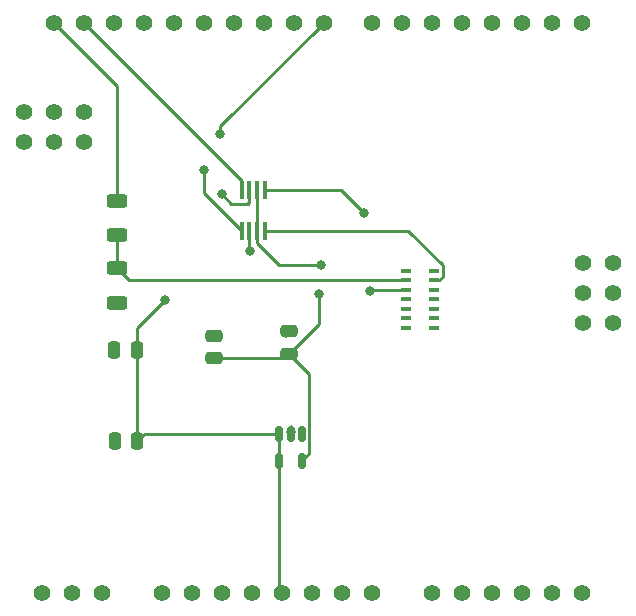
<source format=gbr>
%TF.GenerationSoftware,KiCad,Pcbnew,8.0.5*%
%TF.CreationDate,2024-12-01T00:47:40-06:00*%
%TF.ProjectId,ArduinoUnoR4Shield,41726475-696e-46f5-956e-6f5234536869,1.0*%
%TF.SameCoordinates,Original*%
%TF.FileFunction,Copper,L1,Top*%
%TF.FilePolarity,Positive*%
%FSLAX46Y46*%
G04 Gerber Fmt 4.6, Leading zero omitted, Abs format (unit mm)*
G04 Created by KiCad (PCBNEW 8.0.5) date 2024-12-01 00:47:40*
%MOMM*%
%LPD*%
G01*
G04 APERTURE LIST*
G04 Aperture macros list*
%AMRoundRect*
0 Rectangle with rounded corners*
0 $1 Rounding radius*
0 $2 $3 $4 $5 $6 $7 $8 $9 X,Y pos of 4 corners*
0 Add a 4 corners polygon primitive as box body*
4,1,4,$2,$3,$4,$5,$6,$7,$8,$9,$2,$3,0*
0 Add four circle primitives for the rounded corners*
1,1,$1+$1,$2,$3*
1,1,$1+$1,$4,$5*
1,1,$1+$1,$6,$7*
1,1,$1+$1,$8,$9*
0 Add four rect primitives between the rounded corners*
20,1,$1+$1,$2,$3,$4,$5,0*
20,1,$1+$1,$4,$5,$6,$7,0*
20,1,$1+$1,$6,$7,$8,$9,0*
20,1,$1+$1,$8,$9,$2,$3,0*%
G04 Aperture macros list end*
%TA.AperFunction,SMDPad,CuDef*%
%ADD10RoundRect,0.100000X-0.320000X-0.100000X0.320000X-0.100000X0.320000X0.100000X-0.320000X0.100000X0*%
%TD*%
%TA.AperFunction,SMDPad,CuDef*%
%ADD11RoundRect,0.150000X-0.150000X0.512500X-0.150000X-0.512500X0.150000X-0.512500X0.150000X0.512500X0*%
%TD*%
%TA.AperFunction,SMDPad,CuDef*%
%ADD12R,0.300000X1.600000*%
%TD*%
%TA.AperFunction,SMDPad,CuDef*%
%ADD13RoundRect,0.250000X0.625000X-0.312500X0.625000X0.312500X-0.625000X0.312500X-0.625000X-0.312500X0*%
%TD*%
%TA.AperFunction,SMDPad,CuDef*%
%ADD14RoundRect,0.250000X-0.625000X0.312500X-0.625000X-0.312500X0.625000X-0.312500X0.625000X0.312500X0*%
%TD*%
%TA.AperFunction,SMDPad,CuDef*%
%ADD15RoundRect,0.250000X-0.475000X0.250000X-0.475000X-0.250000X0.475000X-0.250000X0.475000X0.250000X0*%
%TD*%
%TA.AperFunction,SMDPad,CuDef*%
%ADD16RoundRect,0.250000X0.250000X0.475000X-0.250000X0.475000X-0.250000X-0.475000X0.250000X-0.475000X0*%
%TD*%
%TA.AperFunction,SMDPad,CuDef*%
%ADD17RoundRect,0.250000X0.475000X-0.250000X0.475000X0.250000X-0.475000X0.250000X-0.475000X-0.250000X0*%
%TD*%
%TA.AperFunction,ComponentPad*%
%ADD18C,1.422000*%
%TD*%
%TA.AperFunction,ViaPad*%
%ADD19C,0.800000*%
%TD*%
%TA.AperFunction,Conductor*%
%ADD20C,0.250000*%
%TD*%
G04 APERTURE END LIST*
D10*
%TO.P,MAX30101,1,NC*%
%TO.N,unconnected-(U8-NC-Pad1)*%
X155321000Y-89586000D03*
%TO.P,MAX30101,2,SCL*%
%TO.N,Net-(U8-SCL)*%
X155321000Y-90386000D03*
%TO.P,MAX30101,3,SDA*%
%TO.N,Net-(U8-SDA)*%
X155321000Y-91186000D03*
%TO.P,MAX30101,4,GND*%
%TO.N,unconnected-(U8-GND-Pad4)*%
X155321000Y-91986000D03*
%TO.P,MAX30101,5,NC*%
%TO.N,unconnected-(U8-NC-Pad5)*%
X155321000Y-92786000D03*
%TO.P,MAX30101,6,NC*%
%TO.N,unconnected-(U8-NC-Pad6)*%
X155321000Y-93586000D03*
%TO.P,MAX30101,7,NC*%
%TO.N,unconnected-(U8-NC-Pad7)*%
X155321000Y-94386000D03*
%TO.P,MAX30101,8,NC*%
%TO.N,unconnected-(U8-NC-Pad8)*%
X157711000Y-94386000D03*
%TO.P,MAX30101,9,VDD_LED*%
%TO.N,unconnected-(U8-VDD_LED-Pad9)*%
X157711000Y-93586000D03*
%TO.P,MAX30101,10,VDD_LED*%
%TO.N,unconnected-(U8-VDD_LED-Pad10)*%
X157711000Y-92786000D03*
%TO.P,MAX30101,11,VDD*%
%TO.N,unconnected-(U8-VDD-Pad11)*%
X157711000Y-91986000D03*
%TO.P,MAX30101,12,GND*%
%TO.N,unconnected-(U8-GND-Pad12)*%
X157711000Y-91186000D03*
%TO.P,MAX30101,13,INT*%
%TO.N,Net-(U8-INT)*%
X157711000Y-90386000D03*
%TO.P,MAX30101,14,NC*%
%TO.N,unconnected-(U8-NC-Pad14)*%
X157711000Y-89586000D03*
%TD*%
D11*
%TO.P,LM4132xMF-1.8,1,NC*%
%TO.N,unconnected-(U10-NC-Pad1)*%
X146492000Y-103383500D03*
%TO.P,LM4132xMF-1.8,2,GND*%
%TO.N,GND*%
X145542000Y-103383500D03*
%TO.P,LM4132xMF-1.8,3,EN*%
%TO.N,Net-(U10-EN)*%
X144592000Y-103383500D03*
%TO.P,LM4132xMF-1.8,4,VIN*%
X144592000Y-105658500D03*
%TO.P,LM4132xMF-1.8,5,VREF*%
%TO.N,Net-(U10-VREF)*%
X146492000Y-105658500D03*
%TD*%
D12*
%TO.P,U9,8,B1*%
%TO.N,Net-(U6-SDA)*%
X141392000Y-82755000D03*
%TO.P,U9,7,VCCB*%
%TO.N,Net-(U10-EN)*%
X142042000Y-82755000D03*
%TO.P,U9,6,OE*%
%TO.N,Net-(U10-VREF)*%
X142692000Y-82755000D03*
%TO.P,U9,5,A1*%
%TO.N,Net-(U8-SDA)*%
X143342000Y-82755000D03*
%TO.P,U9,4,A2*%
%TO.N,Net-(U8-INT)*%
X143342000Y-86155000D03*
%TO.P,U9,3,VCCA*%
%TO.N,Net-(U10-VREF)*%
X142692000Y-86155000D03*
%TO.P,U9,2,GND*%
%TO.N,GND*%
X142042000Y-86155000D03*
%TO.P,U9,1,B2*%
%TO.N,Net-(U6-D8)*%
X141392000Y-86155000D03*
%TD*%
D13*
%TO.P,R2,1*%
%TO.N,GND*%
X130810000Y-92267500D03*
%TO.P,R2,2*%
%TO.N,Net-(U8-SCL)*%
X130810000Y-89342500D03*
%TD*%
D14*
%TO.P,R1,1*%
%TO.N,Net-(U6-SCL)*%
X130810000Y-83627500D03*
%TO.P,R1,2*%
%TO.N,Net-(U8-SCL)*%
X130810000Y-86552500D03*
%TD*%
D15*
%TO.P,C4,1*%
%TO.N,GND*%
X145415000Y-94681000D03*
%TO.P,C4,2*%
%TO.N,Net-(U10-VREF)*%
X145415000Y-96581000D03*
%TD*%
D16*
%TO.P,0.1uF,1*%
%TO.N,Net-(U10-EN)*%
X132578000Y-104013000D03*
%TO.P,0.1uF,2*%
%TO.N,GND*%
X130678000Y-104013000D03*
%TD*%
D17*
%TO.P,C2,1*%
%TO.N,Net-(U10-VREF)*%
X139065000Y-96962000D03*
%TO.P,C2,2*%
%TO.N,GND*%
X139065000Y-95062000D03*
%TD*%
D16*
%TO.P,10uF,1*%
%TO.N,Net-(U10-EN)*%
X132522000Y-96266000D03*
%TO.P,10uF,2*%
%TO.N,GND*%
X130622000Y-96266000D03*
%TD*%
D18*
%TO.P,U1,1,OFF*%
%TO.N,unconnected-(U1-OFF-Pad1)*%
X124474990Y-116840010D03*
%TO.P,U1,2,GND*%
%TO.N,unconnected-(U1-GND-Pad2)*%
X127014990Y-116840010D03*
%TO.P,U1,3,VRTC*%
%TO.N,unconnected-(U1-VRTC-Pad3)*%
X129554990Y-116840010D03*
%TD*%
%TO.P,U5,1,CIPO*%
%TO.N,unconnected-(U5-CIPO-Pad1)*%
X170301990Y-88915010D03*
%TO.P,U5,2,+5V*%
%TO.N,unconnected-(U5-+5V-Pad2)*%
X172841990Y-88915010D03*
%TO.P,U5,3,SCK*%
%TO.N,unconnected-(U5-SCK-Pad3)*%
X170301990Y-91455010D03*
%TO.P,U5,4,COPI*%
%TO.N,unconnected-(U5-COPI-Pad4)*%
X172841990Y-91455010D03*
%TO.P,U5,5,RESET*%
%TO.N,unconnected-(U5-RESET-Pad5)*%
X170301990Y-93995010D03*
%TO.P,U5,6,GND*%
%TO.N,unconnected-(U5-GND-Pad6)*%
X172841990Y-93995010D03*
%TD*%
%TO.P,U7,11,D7*%
%TO.N,unconnected-(U7-D7-Pad11)*%
X152399990Y-68580010D03*
%TO.P,U7,12,~D6*%
%TO.N,unconnected-(U7-~D6-Pad12)*%
X154939990Y-68580010D03*
%TO.P,U7,13,~D5*%
%TO.N,unconnected-(U7-~D5-Pad13)*%
X157479990Y-68580010D03*
%TO.P,U7,14,D4*%
%TO.N,unconnected-(U7-D4-Pad14)*%
X160019990Y-68580010D03*
%TO.P,U7,15,~D3*%
%TO.N,unconnected-(U7-~D3-Pad15)*%
X162559990Y-68580010D03*
%TO.P,U7,16,D2*%
%TO.N,unconnected-(U7-D2-Pad16)*%
X165099990Y-68580010D03*
%TO.P,U7,17,D1/TX0*%
%TO.N,unconnected-(U7-D1{slash}TX0-Pad17)*%
X167639990Y-68580010D03*
%TO.P,U7,18,D0/RX0*%
%TO.N,unconnected-(U7-D0{slash}RX0-Pad18)*%
X170179990Y-68580010D03*
%TD*%
%TO.P,U6,1,SCL*%
%TO.N,Net-(U6-SCL)*%
X125476000Y-68580000D03*
%TO.P,U6,2,SDA*%
%TO.N,Net-(U6-SDA)*%
X128016000Y-68580000D03*
%TO.P,U6,3,AREF*%
%TO.N,unconnected-(U6-AREF-Pad3)*%
X130556000Y-68580000D03*
%TO.P,U6,4,GND*%
%TO.N,GND*%
X133096000Y-68580000D03*
%TO.P,U6,5,D13/SCK/CANRX0*%
%TO.N,unconnected-(U6-D13{slash}SCK{slash}CANRX0-Pad5)*%
X135636000Y-68580000D03*
%TO.P,U6,6,D12/CIPO*%
%TO.N,unconnected-(U6-D12{slash}CIPO-Pad6)*%
X138176000Y-68580000D03*
%TO.P,U6,7,~D11/COPI*%
%TO.N,unconnected-(U6-~D11{slash}COPI-Pad7)*%
X140716000Y-68580000D03*
%TO.P,U6,8,~D10/CS/CANTX0*%
%TO.N,unconnected-(U6-~D10{slash}CS{slash}CANTX0-Pad8)*%
X143256000Y-68580000D03*
%TO.P,U6,9,~D9*%
%TO.N,unconnected-(U6-~D9-Pad9)*%
X145796000Y-68580000D03*
%TO.P,U6,10,D8*%
%TO.N,Net-(U6-D8)*%
X148336000Y-68580000D03*
%TD*%
%TO.P,U3,9,A0*%
%TO.N,unconnected-(U3-A0-Pad9)*%
X157480000Y-116840000D03*
%TO.P,U3,10,A1*%
%TO.N,unconnected-(U3-A1-Pad10)*%
X160020000Y-116840000D03*
%TO.P,U3,11,A2*%
%TO.N,unconnected-(U3-A2-Pad11)*%
X162560000Y-116840000D03*
%TO.P,U3,12,A3*%
%TO.N,unconnected-(U3-A3-Pad12)*%
X165100000Y-116840000D03*
%TO.P,U3,13,A4*%
%TO.N,unconnected-(U3-A4-Pad13)*%
X167640000Y-116840000D03*
%TO.P,U3,14,A5*%
%TO.N,unconnected-(U3-A5-Pad14)*%
X170180000Y-116840000D03*
%TD*%
%TO.P,U2,1,BOOT*%
%TO.N,unconnected-(U2-BOOT-Pad1)*%
X134620000Y-116840000D03*
%TO.P,U2,2,IOREF*%
%TO.N,unconnected-(U2-IOREF-Pad2)*%
X137160000Y-116840000D03*
%TO.P,U2,3,Reset*%
%TO.N,unconnected-(U2-Reset-Pad3)*%
X139700000Y-116840000D03*
%TO.P,U2,4,+3V3*%
%TO.N,unconnected-(U2-+3V3-Pad4)*%
X142240000Y-116840000D03*
%TO.P,U2,5,+5V*%
%TO.N,Net-(U10-EN)*%
X144780000Y-116840000D03*
%TO.P,U2,6,GND*%
%TO.N,unconnected-(U2-GND-Pad6)*%
X147320000Y-116840000D03*
%TO.P,U2,7,GND*%
%TO.N,unconnected-(U2-GND-Pad7)*%
X149860000Y-116840000D03*
%TO.P,U2,8,VIN*%
%TO.N,unconnected-(U2-VIN-Pad8)*%
X152400000Y-116840000D03*
%TD*%
%TO.P,U4,1,GPIO42*%
%TO.N,unconnected-(U4-GPIO42-Pad1)*%
X128016000Y-76149200D03*
%TO.P,U4,2,GPIO41*%
%TO.N,unconnected-(U4-GPIO41-Pad2)*%
X128016000Y-78689200D03*
%TO.P,U4,3,GPIO43/TXD0*%
%TO.N,unconnected-(U4-GPIO43{slash}TXD0-Pad3)*%
X125476000Y-76149200D03*
%TO.P,U4,4,GPIO0/DOWNLOAD*%
%TO.N,unconnected-(U4-GPIO0{slash}DOWNLOAD-Pad4)*%
X125476000Y-78689200D03*
%TO.P,U4,5,GPIO44/RXD0*%
%TO.N,unconnected-(U4-GPIO44{slash}RXD0-Pad5)*%
X122936000Y-76149200D03*
%TO.P,U4,6,GND*%
%TO.N,unconnected-(U4-GND-Pad6)*%
X122936000Y-78689200D03*
%TD*%
D19*
%TO.N,GND*%
X142113000Y-87884000D03*
X145542000Y-103251000D03*
X130678000Y-104013000D03*
X130810000Y-92267500D03*
X130622000Y-96266000D03*
X139065000Y-95062000D03*
X145415000Y-94681000D03*
X133096000Y-68580000D03*
%TO.N,Net-(U10-EN)*%
X139700000Y-83058000D03*
X134874000Y-92075000D03*
%TO.N,Net-(U8-SDA)*%
X151765000Y-84709000D03*
X152273000Y-91313000D03*
%TO.N,Net-(U6-D8)*%
X138176000Y-81026000D03*
X139573000Y-77978000D03*
%TO.N,Net-(U10-VREF)*%
X147955000Y-91567000D03*
X148082000Y-89061000D03*
%TD*%
D20*
%TO.N,GND*%
X142042000Y-87813000D02*
X142113000Y-87884000D01*
X142042000Y-86155000D02*
X142042000Y-87813000D01*
X145542000Y-103251000D02*
X145542000Y-102721001D01*
%TO.N,Net-(U10-EN)*%
X144592000Y-116652000D02*
X144780000Y-116840000D01*
X144592000Y-105658500D02*
X144592000Y-116652000D01*
X142042000Y-83805000D02*
X142042000Y-82755000D01*
X140522000Y-83880000D02*
X141967000Y-83880000D01*
X141967000Y-83880000D02*
X142042000Y-83805000D01*
X139700000Y-83058000D02*
X140522000Y-83880000D01*
X132522000Y-94427000D02*
X134874000Y-92075000D01*
X132522000Y-96266000D02*
X132522000Y-94427000D01*
%TO.N,Net-(U8-SDA)*%
X149811000Y-82755000D02*
X143342000Y-82755000D01*
X151765000Y-84709000D02*
X149811000Y-82755000D01*
X155321000Y-91186000D02*
X152400000Y-91186000D01*
X152400000Y-91186000D02*
X152273000Y-91313000D01*
%TO.N,Net-(U8-INT)*%
X155497000Y-86155000D02*
X143342000Y-86155000D01*
X158456000Y-89114000D02*
X155497000Y-86155000D01*
X158456000Y-90060999D02*
X158456000Y-89114000D01*
X157711000Y-90386000D02*
X158130999Y-90386000D01*
X158130999Y-90386000D02*
X158456000Y-90060999D01*
%TO.N,Net-(U6-D8)*%
X138176000Y-82939000D02*
X141392000Y-86155000D01*
X138176000Y-81026000D02*
X138176000Y-82939000D01*
X139573000Y-77343000D02*
X139573000Y-77978000D01*
X148336000Y-68580000D02*
X139573000Y-77343000D01*
%TO.N,Net-(U10-VREF)*%
X147955000Y-91567000D02*
X147955000Y-94041000D01*
X144548000Y-89061000D02*
X148082000Y-89061000D01*
X147955000Y-94041000D02*
X145415000Y-96581000D01*
X142692000Y-87205000D02*
X144548000Y-89061000D01*
X142692000Y-86155000D02*
X142692000Y-87205000D01*
X147117000Y-98283000D02*
X147117000Y-105033500D01*
X147117000Y-105033500D02*
X146492000Y-105658500D01*
X145415000Y-96581000D02*
X147117000Y-98283000D01*
X145034000Y-96962000D02*
X145415000Y-96581000D01*
X139065000Y-96962000D02*
X145034000Y-96962000D01*
%TO.N,Net-(U10-EN)*%
X144592000Y-105658500D02*
X144592000Y-103383500D01*
X133207500Y-103383500D02*
X144592000Y-103383500D01*
X132578000Y-104013000D02*
X133207500Y-103383500D01*
X132522000Y-103957000D02*
X132578000Y-104013000D01*
X132522000Y-96266000D02*
X132522000Y-103957000D01*
%TO.N,Net-(U8-SCL)*%
X131853500Y-90386000D02*
X155321000Y-90386000D01*
X130810000Y-89342500D02*
X131853500Y-90386000D01*
X130810000Y-86552500D02*
X130810000Y-89342500D01*
%TO.N,Net-(U6-SCL)*%
X130810000Y-73914000D02*
X125476000Y-68580000D01*
X130810000Y-83627500D02*
X130810000Y-73914000D01*
%TO.N,Net-(U6-SDA)*%
X141392000Y-81956000D02*
X141392000Y-82755000D01*
X128016000Y-68580000D02*
X141392000Y-81956000D01*
%TO.N,GND*%
X145542000Y-103383500D02*
X145542000Y-103251000D01*
%TO.N,Net-(U10-EN)*%
X132578000Y-96322000D02*
X132522000Y-96266000D01*
%TO.N,Net-(U10-VREF)*%
X142692000Y-86155000D02*
X142692000Y-87218604D01*
X142692000Y-82755000D02*
X142692000Y-86155000D01*
%TO.N,Net-(U10-EN)*%
X142042000Y-83705000D02*
X141867000Y-83880000D01*
X142042000Y-82755000D02*
X142042000Y-83705000D01*
%TO.N,GND*%
X145034000Y-95062000D02*
X145415000Y-94681000D01*
%TD*%
M02*

</source>
